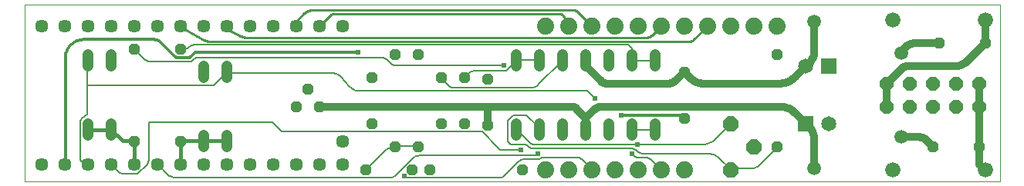
<source format=gtl>
G75*
%MOIN*%
%OFA0B0*%
%FSLAX24Y24*%
%IPPOS*%
%LPD*%
%AMOC8*
5,1,8,0,0,1.08239X$1,22.5*
%
%ADD10C,0.0010*%
%ADD11OC8,0.0600*%
%ADD12R,0.0650X0.0650*%
%ADD13C,0.0650*%
%ADD14OC8,0.0480*%
%ADD15C,0.0660*%
%ADD16C,0.0570*%
%ADD17C,0.0480*%
%ADD18C,0.0591*%
%ADD19C,0.0740*%
%ADD20OC8,0.0660*%
%ADD21C,0.0120*%
%ADD22C,0.0240*%
%ADD23C,0.0320*%
%ADD24C,0.0080*%
%ADD25C,0.0160*%
%ADD26C,0.0100*%
D10*
X001244Y004057D02*
X043370Y004057D01*
X043370Y011734D01*
X001244Y011734D01*
X001244Y004057D01*
D11*
X038494Y007307D03*
X039494Y007307D03*
X040494Y007307D03*
X041494Y007307D03*
X042494Y007307D03*
X042494Y008307D03*
X041494Y008307D03*
X040494Y008307D03*
X039494Y008307D03*
X038494Y008307D03*
D12*
X035994Y009057D03*
X034994Y006557D03*
D13*
X035994Y006557D03*
X034994Y009057D03*
D14*
X033744Y009557D03*
X029744Y008807D03*
X029744Y006807D03*
X033744Y005557D03*
X040494Y005557D03*
X042494Y005557D03*
X042744Y010057D03*
X040744Y010057D03*
X022744Y004557D03*
X018744Y004557D03*
X017994Y004557D03*
X015994Y004557D03*
X017244Y005557D03*
X018244Y005557D03*
X021244Y006507D03*
X020244Y006557D03*
X019244Y006557D03*
X016244Y006557D03*
X013994Y007307D03*
X012994Y007307D03*
X013494Y008057D03*
X016244Y008557D03*
X019244Y008557D03*
X020244Y008557D03*
X021244Y008507D03*
X018244Y009557D03*
X017244Y009557D03*
X007994Y009807D03*
X005994Y009807D03*
X005994Y005807D03*
X007994Y005807D03*
D15*
X038744Y004557D03*
X042744Y004557D03*
X042744Y011057D03*
X038744Y011057D03*
D16*
X014994Y010807D03*
X013994Y010807D03*
X012994Y010807D03*
X011994Y010807D03*
X010994Y010807D03*
X009994Y010807D03*
X008994Y010807D03*
X007994Y010807D03*
X006994Y010807D03*
X005994Y010807D03*
X004994Y010807D03*
X003994Y010807D03*
X002994Y010807D03*
X001994Y010807D03*
X014994Y005807D03*
X014994Y004807D03*
X013994Y004807D03*
X012994Y004807D03*
X011994Y004807D03*
X010994Y004807D03*
X009994Y004807D03*
X008994Y004807D03*
X007994Y004807D03*
X006994Y004807D03*
X005994Y004807D03*
X004994Y004807D03*
X003994Y004807D03*
X002994Y004807D03*
X001994Y004807D03*
D17*
X003994Y006067D02*
X003994Y006547D01*
X004994Y006547D02*
X004994Y006067D01*
X008994Y006047D02*
X008994Y005567D01*
X009994Y005567D02*
X009994Y006047D01*
X009994Y008567D02*
X009994Y009047D01*
X008994Y009047D02*
X008994Y008567D01*
X004994Y009067D02*
X004994Y009547D01*
X003994Y009547D02*
X003994Y009067D01*
X022494Y009067D02*
X022494Y009547D01*
X023494Y009547D02*
X023494Y009067D01*
X024494Y009067D02*
X024494Y009547D01*
X025494Y009547D02*
X025494Y009067D01*
X026494Y009067D02*
X026494Y009547D01*
X027494Y009547D02*
X027494Y009067D01*
X028494Y009067D02*
X028494Y009547D01*
X028494Y006547D02*
X028494Y006067D01*
X027494Y006067D02*
X027494Y006547D01*
X026494Y006547D02*
X026494Y006067D01*
X025494Y006067D02*
X025494Y006547D01*
X024494Y006547D02*
X024494Y006067D01*
X023494Y006067D02*
X023494Y006547D01*
X022494Y006547D02*
X022494Y006067D01*
D18*
X035364Y004623D03*
X039123Y005991D03*
X039123Y009623D03*
X035364Y010991D03*
D19*
X033744Y010807D03*
X032744Y010807D03*
X031744Y010807D03*
X030744Y010807D03*
X029744Y010807D03*
X028744Y010807D03*
X027744Y010807D03*
X026744Y010807D03*
X025744Y010807D03*
X024744Y010807D03*
X023744Y010807D03*
X023744Y004557D03*
X024744Y004557D03*
X025744Y004557D03*
X026744Y004557D03*
X027744Y004557D03*
X028744Y004557D03*
X029744Y004557D03*
D20*
X031744Y004557D03*
X032744Y005557D03*
X031744Y006557D03*
D21*
X029744Y006807D02*
X029724Y006857D01*
X029644Y006937D01*
X027004Y006937D01*
X015644Y009657D02*
X008675Y009657D01*
X008553Y009606D02*
X008418Y009471D01*
X008287Y009417D02*
X007901Y009417D01*
X007735Y009486D02*
X007146Y010074D01*
X006803Y010217D02*
X003826Y010217D01*
X003770Y010215D01*
X003714Y010209D01*
X003659Y010200D01*
X003604Y010187D01*
X003551Y010170D01*
X003499Y010149D01*
X003448Y010125D01*
X003399Y010097D01*
X003352Y010067D01*
X003307Y010033D01*
X003265Y009996D01*
X003225Y009956D01*
X003188Y009914D01*
X003154Y009869D01*
X003124Y009822D01*
X003096Y009773D01*
X003072Y009722D01*
X003051Y009670D01*
X003034Y009617D01*
X003021Y009562D01*
X003012Y009507D01*
X003006Y009451D01*
X003004Y009395D01*
X003004Y004857D01*
X002994Y004807D01*
X008553Y009607D02*
X008570Y009621D01*
X008589Y009634D01*
X008609Y009644D01*
X008630Y009651D01*
X008653Y009656D01*
X008675Y009657D01*
X008417Y009471D02*
X008399Y009455D01*
X008379Y009442D01*
X008357Y009431D01*
X008335Y009423D01*
X008311Y009419D01*
X008287Y009417D01*
X007901Y009417D02*
X007875Y009418D01*
X007848Y009423D01*
X007823Y009430D01*
X007799Y009440D01*
X007775Y009453D01*
X007754Y009468D01*
X007734Y009486D01*
X007146Y010074D02*
X007115Y010103D01*
X007081Y010128D01*
X007045Y010151D01*
X007008Y010171D01*
X006969Y010187D01*
X006929Y010199D01*
X006887Y010209D01*
X006845Y010214D01*
X006803Y010216D01*
D22*
X015644Y009657D03*
X021964Y009097D03*
X025884Y007657D03*
X027004Y006937D03*
X027724Y005657D03*
X027484Y005257D03*
X023404Y005257D03*
X022684Y005417D03*
X017644Y004297D03*
D23*
X021244Y006507D02*
X021244Y007307D01*
X013994Y007307D01*
X021244Y007307D02*
X024847Y007307D01*
X025097Y007203D02*
X025494Y006807D01*
X025494Y006307D01*
X025494Y006807D02*
X025830Y007143D01*
X026225Y007307D02*
X033870Y007307D01*
X034508Y007043D02*
X034994Y006557D01*
X035151Y006399D01*
X034507Y007042D02*
X034464Y007082D01*
X034418Y007120D01*
X034371Y007154D01*
X034321Y007185D01*
X034269Y007213D01*
X034215Y007237D01*
X034160Y007258D01*
X034103Y007275D01*
X034046Y007289D01*
X033988Y007298D01*
X033929Y007304D01*
X033870Y007306D01*
X033870Y008307D02*
X030554Y008307D01*
X030024Y008526D02*
X029744Y008807D01*
X029347Y008410D01*
X029097Y008307D02*
X026390Y008307D01*
X026140Y008410D02*
X025494Y009057D01*
X025494Y009307D01*
X026140Y008410D02*
X026165Y008386D01*
X026193Y008366D01*
X026223Y008348D01*
X026255Y008333D01*
X026287Y008321D01*
X026321Y008313D01*
X026355Y008308D01*
X026390Y008306D01*
X029097Y008306D02*
X029132Y008308D01*
X029166Y008313D01*
X029200Y008321D01*
X029232Y008333D01*
X029264Y008348D01*
X029294Y008366D01*
X029322Y008386D01*
X029347Y008410D01*
X030024Y008527D02*
X030063Y008490D01*
X030105Y008457D01*
X030149Y008426D01*
X030195Y008399D01*
X030242Y008375D01*
X030292Y008354D01*
X030343Y008337D01*
X030395Y008324D01*
X030447Y008315D01*
X030500Y008309D01*
X030554Y008307D01*
X033870Y008307D02*
X033929Y008309D01*
X033988Y008315D01*
X034046Y008324D01*
X034103Y008338D01*
X034160Y008355D01*
X034215Y008376D01*
X034269Y008400D01*
X034321Y008428D01*
X034371Y008459D01*
X034418Y008493D01*
X034464Y008531D01*
X034507Y008571D01*
X034508Y008571D02*
X034994Y009057D01*
X035179Y009242D01*
X035364Y009690D02*
X035364Y010991D01*
X035364Y009690D02*
X035362Y009645D01*
X035358Y009600D01*
X035350Y009555D01*
X035338Y009511D01*
X035324Y009468D01*
X035307Y009427D01*
X035286Y009386D01*
X035263Y009347D01*
X035238Y009310D01*
X035209Y009275D01*
X035178Y009242D01*
X038494Y008307D02*
X039140Y008953D01*
X039390Y009057D02*
X041451Y009057D01*
X041951Y009264D02*
X042744Y010057D01*
X042744Y011057D01*
X040744Y010057D02*
X039725Y010057D01*
X039330Y009893D02*
X039123Y009686D01*
X039123Y009623D01*
X039330Y009893D02*
X039362Y009923D01*
X039396Y009950D01*
X039433Y009975D01*
X039471Y009996D01*
X039511Y010014D01*
X039552Y010030D01*
X039595Y010042D01*
X039638Y010050D01*
X039681Y010055D01*
X039725Y010057D01*
X041451Y009057D02*
X041501Y009059D01*
X041552Y009064D01*
X041601Y009073D01*
X041650Y009086D01*
X041698Y009102D01*
X041745Y009121D01*
X041790Y009143D01*
X041833Y009169D01*
X041875Y009198D01*
X041914Y009230D01*
X041951Y009264D01*
X039390Y009057D02*
X039355Y009055D01*
X039321Y009050D01*
X039287Y009042D01*
X039255Y009030D01*
X039223Y009015D01*
X039193Y008997D01*
X039165Y008977D01*
X039140Y008953D01*
X038494Y008307D02*
X038494Y007307D01*
X042494Y007307D02*
X042494Y005557D01*
X042494Y004807D01*
X042744Y004557D01*
X040494Y005557D02*
X040217Y005833D01*
X039837Y005991D02*
X039123Y005991D01*
X039837Y005991D02*
X039879Y005989D01*
X039921Y005984D01*
X039962Y005976D01*
X040003Y005965D01*
X040043Y005950D01*
X040081Y005932D01*
X040118Y005912D01*
X040153Y005888D01*
X040186Y005862D01*
X040217Y005834D01*
X042494Y007307D02*
X042494Y008307D01*
X035364Y005885D02*
X035364Y004623D01*
X035364Y005885D02*
X035362Y005937D01*
X035357Y005988D01*
X035347Y006040D01*
X035335Y006090D01*
X035318Y006139D01*
X035298Y006187D01*
X035275Y006233D01*
X035249Y006278D01*
X035219Y006321D01*
X035186Y006361D01*
X035151Y006399D01*
X026225Y007307D02*
X026181Y007305D01*
X026138Y007300D01*
X026095Y007292D01*
X026052Y007280D01*
X026011Y007264D01*
X025971Y007246D01*
X025933Y007225D01*
X025896Y007200D01*
X025862Y007173D01*
X025830Y007143D01*
X025097Y007203D02*
X025072Y007227D01*
X025044Y007247D01*
X025014Y007265D01*
X024982Y007280D01*
X024950Y007292D01*
X024916Y007300D01*
X024882Y007305D01*
X024847Y007307D01*
D24*
X025564Y007977D02*
X025884Y007657D01*
X025564Y007977D02*
X015728Y007977D01*
X015301Y008163D02*
X014908Y008589D01*
X014526Y008757D02*
X010044Y008757D01*
X009994Y008807D01*
X009457Y008270D01*
X009328Y008217D02*
X003964Y008217D01*
X003964Y009257D01*
X003994Y009307D01*
X005994Y009807D02*
X006044Y009737D01*
X006415Y009366D01*
X006678Y009257D02*
X008358Y009257D01*
X008504Y009317D02*
X008552Y009365D01*
X008677Y009417D02*
X016689Y009417D01*
X016953Y009307D02*
X017098Y009163D01*
X017257Y009097D02*
X021964Y009097D01*
X022044Y008857D02*
X020678Y008857D01*
X020415Y008748D02*
X020284Y008617D01*
X020244Y008557D01*
X020415Y008748D02*
X020442Y008773D01*
X020471Y008794D01*
X020503Y008813D01*
X020536Y008829D01*
X020570Y008841D01*
X020605Y008850D01*
X020642Y008855D01*
X020678Y008857D01*
X022044Y008857D02*
X022494Y009307D01*
X022524Y009337D01*
X023484Y009337D01*
X023494Y009307D01*
X024494Y009307D02*
X023432Y008245D01*
X023170Y008137D02*
X019725Y008137D01*
X019586Y008194D02*
X019244Y008537D01*
X019244Y008557D01*
X019586Y008195D02*
X019605Y008178D01*
X019627Y008163D01*
X019650Y008152D01*
X019674Y008144D01*
X019699Y008139D01*
X019725Y008137D01*
X016953Y009307D02*
X016926Y009332D01*
X016897Y009354D01*
X016865Y009373D01*
X016832Y009389D01*
X016798Y009401D01*
X016762Y009410D01*
X016726Y009415D01*
X016689Y009417D01*
X017098Y009162D02*
X017120Y009142D01*
X017145Y009126D01*
X017171Y009113D01*
X017199Y009104D01*
X017228Y009098D01*
X017257Y009096D01*
X015728Y007977D02*
X015680Y007979D01*
X015633Y007985D01*
X015586Y007995D01*
X015540Y008008D01*
X015495Y008026D01*
X015452Y008047D01*
X015411Y008071D01*
X015372Y008099D01*
X015336Y008130D01*
X015302Y008164D01*
X014908Y008590D02*
X014878Y008620D01*
X014845Y008648D01*
X014810Y008673D01*
X014773Y008695D01*
X014735Y008713D01*
X014695Y008729D01*
X014653Y008741D01*
X014611Y008750D01*
X014569Y008755D01*
X014526Y008757D01*
X009458Y008270D02*
X009440Y008254D01*
X009420Y008241D01*
X009398Y008230D01*
X009376Y008222D01*
X009352Y008218D01*
X009328Y008216D01*
X008677Y009417D02*
X008654Y009415D01*
X008631Y009411D01*
X008609Y009403D01*
X008588Y009393D01*
X008569Y009380D01*
X008551Y009365D01*
X008504Y009317D02*
X008483Y009300D01*
X008461Y009285D01*
X008437Y009273D01*
X008411Y009264D01*
X008385Y009259D01*
X008358Y009257D01*
X006678Y009257D02*
X006642Y009259D01*
X006605Y009264D01*
X006570Y009273D01*
X006536Y009285D01*
X006503Y009301D01*
X006471Y009320D01*
X006442Y009341D01*
X006415Y009366D01*
X007994Y009807D02*
X008169Y009807D01*
X008347Y009880D02*
X008392Y009925D01*
X008517Y009977D02*
X027324Y009977D01*
X027484Y009817D01*
X027484Y009317D01*
X027494Y009307D01*
X028494Y009307D01*
X023432Y008246D02*
X023405Y008221D01*
X023376Y008200D01*
X023345Y008181D01*
X023312Y008165D01*
X023278Y008153D01*
X023242Y008144D01*
X023206Y008139D01*
X023170Y008137D01*
X022924Y006937D02*
X022364Y006937D01*
X022124Y006697D01*
X022124Y005849D01*
X022126Y005822D01*
X022132Y005795D01*
X022141Y005769D01*
X022154Y005745D01*
X022171Y005723D01*
X022190Y005704D01*
X022212Y005687D01*
X022236Y005674D01*
X022262Y005665D01*
X022289Y005659D01*
X022316Y005657D01*
X022838Y005657D01*
X022984Y005596D02*
X023034Y005547D01*
X023154Y005497D02*
X027453Y005497D01*
X027724Y005657D02*
X030477Y005657D01*
X031103Y005916D02*
X031744Y006557D01*
X031103Y005915D02*
X031061Y005876D01*
X031016Y005839D01*
X030969Y005805D01*
X030919Y005775D01*
X030868Y005747D01*
X030816Y005723D01*
X030761Y005703D01*
X030706Y005686D01*
X030650Y005673D01*
X030593Y005664D01*
X030535Y005658D01*
X030477Y005656D01*
X030776Y005257D02*
X028033Y005257D01*
X028055Y005097D02*
X027740Y005097D01*
X027576Y005165D02*
X027484Y005257D01*
X027641Y005419D02*
X027619Y005439D01*
X027595Y005456D01*
X027568Y005471D01*
X027541Y005482D01*
X027512Y005490D01*
X027483Y005495D01*
X027453Y005497D01*
X027724Y005657D02*
X023234Y005657D01*
X023154Y005497D02*
X023132Y005498D01*
X023110Y005503D01*
X023089Y005510D01*
X023069Y005520D01*
X023050Y005532D01*
X023033Y005547D01*
X023114Y005706D02*
X022524Y006297D01*
X022494Y006307D01*
X022924Y006937D02*
X023484Y006377D01*
X023494Y006307D01*
X023234Y005657D02*
X023212Y005658D01*
X023190Y005663D01*
X023169Y005670D01*
X023149Y005680D01*
X023131Y005692D01*
X023114Y005707D01*
X022984Y005597D02*
X022963Y005614D01*
X022941Y005629D01*
X022917Y005641D01*
X022891Y005650D01*
X022865Y005655D01*
X022838Y005657D01*
X022684Y005417D02*
X021901Y005417D01*
X021735Y005486D02*
X021004Y006217D01*
X012364Y006217D01*
X011964Y006617D01*
X006604Y006617D01*
X006604Y004951D01*
X006537Y004790D02*
X006124Y004377D01*
X005586Y004377D01*
X005275Y004505D02*
X005004Y004777D01*
X004994Y004807D01*
X005276Y004506D02*
X005304Y004480D01*
X005334Y004456D01*
X005367Y004436D01*
X005400Y004418D01*
X005436Y004403D01*
X005472Y004392D01*
X005510Y004384D01*
X005548Y004379D01*
X005586Y004377D01*
X006994Y004807D02*
X007004Y004777D01*
X007383Y004397D01*
X007819Y004217D02*
X017006Y004217D01*
X017275Y004328D02*
X018010Y005063D01*
X018285Y005177D02*
X023324Y005177D01*
X023404Y005257D01*
X023540Y005073D02*
X023521Y005056D01*
X023500Y005042D01*
X023478Y005031D01*
X023454Y005023D01*
X023429Y005018D01*
X023404Y005016D01*
X023404Y005017D02*
X022774Y005017D01*
X022620Y004953D02*
X021991Y004324D01*
X021731Y004217D02*
X017724Y004217D01*
X017644Y004297D01*
X017275Y004328D02*
X017247Y004303D01*
X017217Y004281D01*
X017185Y004262D01*
X017151Y004246D01*
X017116Y004233D01*
X017080Y004224D01*
X017043Y004219D01*
X017006Y004217D01*
X016044Y004617D02*
X015994Y004557D01*
X016044Y004617D02*
X016864Y005437D01*
X017008Y005497D02*
X017244Y005497D01*
X017244Y005557D01*
X017244Y005577D01*
X018204Y005577D01*
X018244Y005557D01*
X017008Y005496D02*
X016982Y005494D01*
X016956Y005489D01*
X016931Y005481D01*
X016907Y005469D01*
X016885Y005454D01*
X016865Y005437D01*
X018010Y005063D02*
X018038Y005089D01*
X018069Y005111D01*
X018102Y005131D01*
X018136Y005147D01*
X018172Y005160D01*
X018209Y005170D01*
X018247Y005175D01*
X018285Y005177D01*
X021731Y004216D02*
X021767Y004218D01*
X021803Y004223D01*
X021838Y004232D01*
X021872Y004244D01*
X021904Y004259D01*
X021935Y004278D01*
X021964Y004300D01*
X021991Y004324D01*
X022620Y004952D02*
X022641Y004971D01*
X022665Y004987D01*
X022691Y004999D01*
X022718Y005009D01*
X022746Y005014D01*
X022774Y005016D01*
X023540Y005073D02*
X023552Y005083D01*
X023566Y005091D01*
X023581Y005095D01*
X023597Y005097D01*
X025139Y005097D01*
X025318Y005023D02*
X025724Y004617D01*
X025744Y004557D01*
X025318Y005023D02*
X025297Y005042D01*
X025274Y005058D01*
X025249Y005072D01*
X025223Y005083D01*
X025195Y005091D01*
X025167Y005095D01*
X025139Y005097D01*
X027575Y005164D02*
X027598Y005144D01*
X027624Y005127D01*
X027651Y005114D01*
X027680Y005104D01*
X027710Y005098D01*
X027740Y005096D01*
X028309Y004992D02*
X028744Y004557D01*
X028308Y004992D02*
X028282Y005016D01*
X028254Y005037D01*
X028224Y005055D01*
X028192Y005070D01*
X028159Y005082D01*
X028125Y005090D01*
X028090Y005095D01*
X028055Y005097D01*
X028033Y005257D02*
X027990Y005259D01*
X027946Y005264D01*
X027904Y005272D01*
X027862Y005284D01*
X027821Y005299D01*
X027782Y005317D01*
X027744Y005338D01*
X027708Y005363D01*
X027674Y005389D01*
X027642Y005419D01*
X027564Y006297D02*
X027494Y006307D01*
X027564Y006297D02*
X028444Y006297D01*
X028494Y006307D01*
X032611Y004617D02*
X032655Y004619D01*
X032699Y004624D01*
X032742Y004633D01*
X032785Y004645D01*
X032826Y004660D01*
X032866Y004678D01*
X032905Y004700D01*
X032941Y004724D01*
X032976Y004752D01*
X033008Y004782D01*
X033008Y004781D02*
X033724Y005497D01*
X033744Y005557D01*
X031724Y004617D02*
X031301Y005039D01*
X031724Y004617D02*
X031744Y004557D01*
X031804Y004617D01*
X032611Y004617D01*
X031301Y005040D02*
X031262Y005076D01*
X031221Y005109D01*
X031177Y005139D01*
X031132Y005166D01*
X031084Y005190D01*
X031035Y005210D01*
X030985Y005227D01*
X030934Y005240D01*
X030882Y005249D01*
X030829Y005255D01*
X030776Y005257D01*
X021901Y005417D02*
X021875Y005418D01*
X021848Y005423D01*
X021823Y005430D01*
X021799Y005440D01*
X021775Y005453D01*
X021754Y005468D01*
X021734Y005486D01*
X009994Y005807D02*
X009964Y005817D01*
X009004Y005817D02*
X008994Y005807D01*
X008924Y005817D01*
X008044Y005817D02*
X007994Y005807D01*
X005994Y005807D02*
X005964Y005817D01*
X004994Y006307D02*
X004924Y006297D01*
X004044Y006297D02*
X003994Y006307D01*
X003644Y006625D02*
X003645Y006647D01*
X003650Y006670D01*
X003657Y006691D01*
X003667Y006711D01*
X003680Y006730D01*
X003694Y006747D01*
X003884Y006937D01*
X003900Y006939D01*
X003915Y006943D01*
X003928Y006950D01*
X003941Y006960D01*
X003951Y006973D01*
X003958Y006986D01*
X003962Y007001D01*
X003964Y007017D01*
X003964Y008217D01*
X003644Y006625D02*
X003644Y005080D01*
X003643Y005080D02*
X003645Y005053D01*
X003650Y005026D01*
X003658Y005001D01*
X003669Y004976D01*
X003683Y004953D01*
X003699Y004931D01*
X003718Y004912D01*
X003740Y004896D01*
X003763Y004882D01*
X003788Y004871D01*
X003813Y004863D01*
X003840Y004858D01*
X003867Y004856D01*
X003867Y004857D02*
X003964Y004857D01*
X003994Y004807D01*
X006536Y004790D02*
X006553Y004809D01*
X006568Y004830D01*
X006580Y004852D01*
X006590Y004876D01*
X006597Y004900D01*
X006602Y004925D01*
X006603Y004951D01*
X007383Y004398D02*
X007418Y004365D01*
X007456Y004335D01*
X007497Y004308D01*
X007539Y004284D01*
X007583Y004264D01*
X007628Y004247D01*
X007675Y004234D01*
X007722Y004225D01*
X007771Y004219D01*
X007819Y004217D01*
X008392Y009924D02*
X008409Y009939D01*
X008428Y009952D01*
X008449Y009963D01*
X008471Y009970D01*
X008494Y009974D01*
X008517Y009976D01*
X008347Y009880D02*
X008326Y009861D01*
X008303Y009845D01*
X008278Y009831D01*
X008252Y009820D01*
X008225Y009812D01*
X008197Y009808D01*
X008169Y009806D01*
D25*
X004994Y006307D02*
X005484Y005817D01*
X005964Y005817D01*
X005994Y005807D02*
X005994Y004807D01*
X007994Y004807D02*
X007994Y005807D01*
X008044Y005817D02*
X008924Y005817D01*
X009004Y005817D02*
X009964Y005817D01*
X004924Y006297D02*
X004044Y006297D01*
D26*
X007994Y010747D02*
X008981Y010194D01*
X009201Y010137D02*
X029996Y010137D01*
X030129Y010192D02*
X030744Y010807D01*
X030129Y010192D02*
X030110Y010176D01*
X030090Y010162D01*
X030068Y010151D01*
X030045Y010143D01*
X030021Y010139D01*
X029996Y010137D01*
X028744Y010807D02*
X028337Y010400D01*
X028087Y010297D02*
X010875Y010297D01*
X010515Y010387D02*
X009994Y010667D01*
X009994Y010807D01*
X009201Y010137D02*
X009163Y010139D01*
X009125Y010143D01*
X009088Y010152D01*
X009051Y010163D01*
X009016Y010177D01*
X008982Y010194D01*
X007994Y010747D02*
X007994Y010807D01*
X010515Y010387D02*
X010563Y010364D01*
X010613Y010344D01*
X010663Y010327D01*
X010715Y010314D01*
X010768Y010305D01*
X010821Y010299D01*
X010875Y010297D01*
X012994Y010807D02*
X012994Y011007D01*
X013334Y011347D01*
X013695Y011497D02*
X024903Y011497D01*
X025160Y011390D02*
X025744Y010807D01*
X025160Y011390D02*
X025134Y011414D01*
X025105Y011436D01*
X025075Y011454D01*
X025042Y011469D01*
X025009Y011481D01*
X024974Y011490D01*
X024939Y011495D01*
X024903Y011497D01*
X024547Y011206D02*
X024744Y010957D01*
X024744Y010807D01*
X024547Y011206D02*
X024524Y011232D01*
X024499Y011256D01*
X024472Y011277D01*
X024442Y011295D01*
X024411Y011310D01*
X024379Y011322D01*
X024346Y011330D01*
X024311Y011335D01*
X024277Y011337D01*
X014671Y011337D01*
X014419Y011232D02*
X013994Y010807D01*
X013695Y011497D02*
X013655Y011495D01*
X013615Y011491D01*
X013576Y011483D01*
X013537Y011472D01*
X013499Y011458D01*
X013463Y011441D01*
X013428Y011422D01*
X013395Y011399D01*
X013363Y011375D01*
X013334Y011347D01*
X014419Y011233D02*
X014445Y011256D01*
X014473Y011277D01*
X014503Y011295D01*
X014535Y011310D01*
X014568Y011322D01*
X014602Y011330D01*
X014636Y011335D01*
X014671Y011337D01*
X028087Y010297D02*
X028122Y010299D01*
X028156Y010304D01*
X028190Y010312D01*
X028222Y010324D01*
X028254Y010339D01*
X028284Y010357D01*
X028312Y010377D01*
X028337Y010401D01*
M02*

</source>
